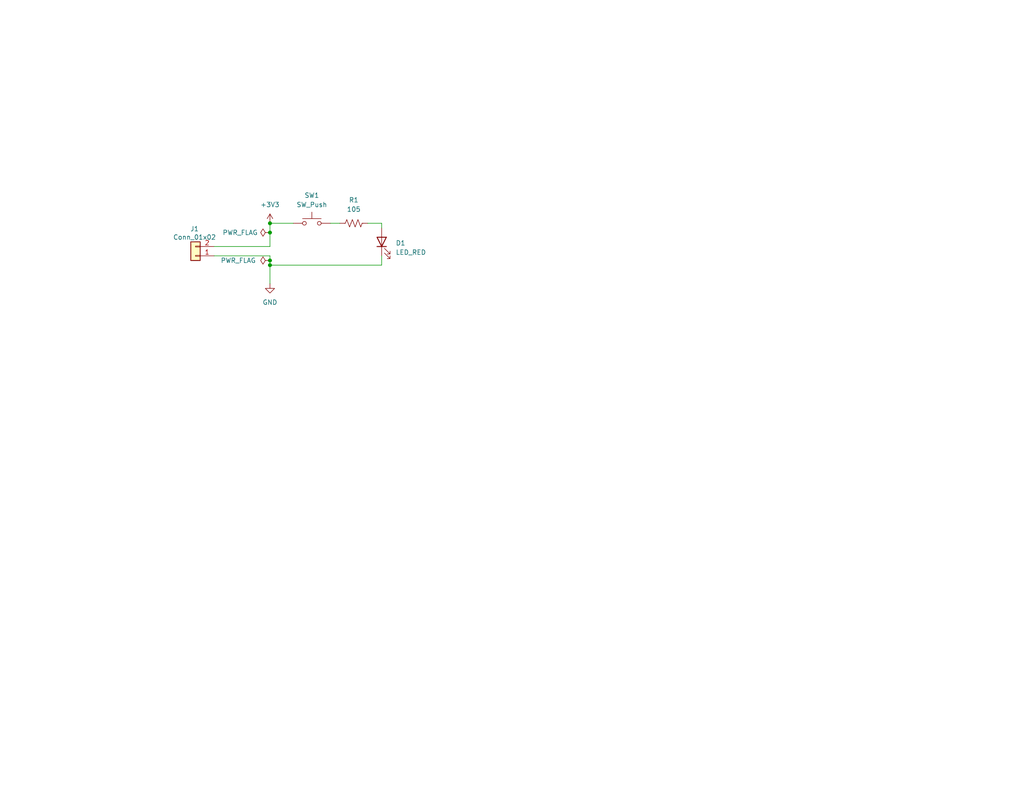
<source format=kicad_sch>
(kicad_sch (version 20231120) (generator "eeschema") (generator_version "8.0")
  (paper "USLetter")
  (title_block (title "LED Project") (date "2024-10-06") (rev "1.0") (company "Illini Solar Car") (comment 1 "Designed By: Patrick Dima"))
  (lib_symbols
    (symbol "Connector_Generic:Conn_01x02" (pin_names (offset 1.016) hide)
      (property "Reference" "J" (at 0 2.54 0))
      (property "Value" "Conn_01x02" (at 0 -5.08 0))
      (symbol "Conn_01x02_1_1"
        (rectangle (start -1.27 -2.413) (end 0 -2.667) (stroke (width 0.1524)))
        (rectangle (start -1.27 0.127) (end 0 -0.127) (stroke (width 0.1524)))
        (rectangle (start -1.27 1.27) (end 1.27 -3.81) (stroke (width 0.254)) (fill (type background)))
        (pin passive line (at -5.08 0 0) (length 3.81) (name "Pin_1") (number "1"))
        (pin passive line (at -5.08 -2.54 0) (length 3.81) (name "Pin_2") (number "2"))
      )
    )
    (symbol "Device:R_US" (pin_numbers hide) (pin_names (offset 0))
      (property "Reference" "R" (at 2.54 0 90))
      (property "Value" "R_US" (at -2.54 0 90))
      (symbol "R_US_0_1"
        (polyline (pts (xy 0 -2.286) (xy 0 -2.54)))
        (polyline (pts (xy 0 2.286) (xy 0 2.54)))
        (polyline (pts (xy 0 -0.762) (xy 1.016 -1.143) (xy 0 -1.524) (xy -1.016 -1.905) (xy 0 -2.286)))
        (polyline (pts (xy 0 0.762) (xy 1.016 0.381) (xy 0 0) (xy -1.016 -0.381) (xy 0 -0.762)))
        (polyline (pts (xy 0 2.286) (xy 1.016 1.905) (xy 0 1.524) (xy -1.016 1.143) (xy 0 0.762)))
      )
      (symbol "R_US_1_1"
        (pin passive line (at 0 3.81 270) (length 1.27) (name "~") (number "1"))
        (pin passive line (at 0 -3.81 90) (length 1.27) (name "~") (number "2"))
      )
    )
    (symbol "Switch:SW_Push" (pin_numbers hide) (pin_names (offset 1.016) hide)
      (property "Reference" "SW" (at 1.27 2.54 0))
      (property "Value" "SW_Push" (at 0 -1.524 0))
      (symbol "SW_Push_0_1"
        (circle (center -2.032 0) (radius 0.508))
        (polyline (pts (xy 0 1.27) (xy 0 3.048)))
        (polyline (pts (xy 2.54 1.27) (xy -2.54 1.27)))
        (circle (center 2.032 0) (radius 0.508))
        (pin passive line (at -5.08 0 0) (length 2.54) (name "1") (number "1"))
        (pin passive line (at 5.08 0 180) (length 2.54) (name "2") (number "2"))
      )
    )
    (symbol "device:LED" (pin_numbers hide) (pin_names (offset 1.016) hide)
      (property "Reference" "D" (at 0 2.54 0))
      (property "Value" "LED" (at 0 -2.54 0))
      (symbol "LED_0_1"
        (polyline (pts (xy -1.27 -1.27) (xy -1.27 1.27)) (stroke (width 0.254)))
        (polyline (pts (xy -1.27 0) (xy 1.27 0)))
        (polyline (pts (xy 1.27 -1.27) (xy 1.27 1.27) (xy -1.27 0) (xy 1.27 -1.27)) (stroke (width 0.254)))
        (polyline (pts (xy -3.048 -0.762) (xy -4.572 -2.286) (xy -3.81 -2.286) (xy -4.572 -2.286) (xy -4.572 -1.524)))
        (polyline (pts (xy -1.778 -0.762) (xy -3.302 -2.286) (xy -2.54 -2.286) (xy -3.302 -2.286) (xy -3.302 -1.524)))
      )
      (symbol "LED_1_1"
        (pin passive line (at -3.81 0 0) (length 2.54) (name "K") (number "1"))
        (pin passive line (at 3.81 0 180) (length 2.54) (name "A") (number "2"))
      )
    )
    (symbol "power:+3V3" (power) (pin_names (offset 0))
      (property "Value" "+3V3" (at 0 3.556 0))
      (symbol "+3V3_0_1"
        (polyline (pts (xy -0.762 1.27) (xy 0 2.54)))
        (polyline (pts (xy 0 0) (xy 0 2.54)))
        (polyline (pts (xy 0 2.54) (xy 0.762 1.27)))
      )
      (symbol "+3V3_1_1"
        (pin power_in line (at 0 0 90) (length 0) hide (name "+3V3") (number "1"))
      )
    )
    (symbol "power:GND" (power) (pin_names (offset 0))
      (property "Value" "GND" (at 0 -3.81 0))
      (symbol "GND_0_1"
        (polyline (pts (xy 0 0) (xy 0 -1.27) (xy 1.27 -1.27) (xy 0 -2.54) (xy -1.27 -1.27) (xy 0 -1.27)))
      )
      (symbol "GND_1_1"
        (pin power_in line (at 0 0 270) (length 0) hide (name "GND") (number "1"))
      )
    )
    (symbol "power:PWR_FLAG" (power) (pin_numbers hide) (pin_names (offset 0) hide)
      (property "Value" "PWR_FLAG" (at 0 3.81 0))
      (symbol "PWR_FLAG_0_0"
        (pin power_out line (at 0 0 90) (length 0) (name "pwr") (number "1"))
      )
      (symbol "PWR_FLAG_0_1"
        (polyline (pts (xy 0 0) (xy 0 1.27) (xy -1.016 1.905) (xy 0 2.54) (xy 1.016 1.905) (xy 0 1.27)))
      )
    )
  )
  (junction (at 73.66 72.39))
  (junction (at 73.66 60.96))
  (junction (at 73.66 71.12))
  (junction (at 73.66 63.5))
  (wire (pts (xy 73.66 71.12) (xy 73.66 72.39)))
  (wire (pts (xy 73.66 63.5) (xy 73.66 67.31)))
  (wire (pts (xy 73.66 60.96) (xy 80.01 60.96)))
  (wire (pts (xy 58.42 67.31) (xy 73.66 67.31)))
  (wire (pts (xy 104.14 60.96) (xy 104.14 62.23)))
  (wire (pts (xy 100.33 60.96) (xy 104.14 60.96)))
  (wire (pts (xy 73.66 72.39) (xy 73.66 77.47)))
  (wire (pts (xy 73.66 60.96) (xy 73.66 63.5)))
  (wire (pts (xy 104.14 69.85) (xy 104.14 72.39)))
  (wire (pts (xy 90.17 60.96) (xy 92.71 60.96)))
  (wire (pts (xy 104.14 72.39) (xy 73.66 72.39)))
  (wire (pts (xy 73.66 69.85) (xy 73.66 71.12)))
  (wire (pts (xy 58.42 69.85) (xy 73.66 69.85)))
  (symbol (lib_id "power:GND") (at 73.66 77.47 0) (unit 1)
    (property "Reference" "#PWR02" (effects (hide yes)))
    (property "Value" "GND" (at 73.66 82.55 0))
    (property "Description" "Power symbol creates a global label with name \"GND\" , ground" (effects (hide yes)))
  )
  (symbol (lib_id "Connector_Generic:Conn_01x02") (at 53.34 69.85 180) (unit 1)
    (property "Reference" "J1" (at 53.086 62.484 0))
    (property "Value" "Conn_01x02" (at 53.086 64.77 0))
    (property "Footprint" "Connector_Molex:Molex_KK-254_AE-6410-02A_1x02_P2.54mm_Vertical" (effects (hide yes)))
    (property "Datasheet" "https://www.youtube.com/redirect?event=video_description&redir_token=QUFFLUhqa085UHhfUWhzNkt1MnU2d3FUZ2g1RGU4RHd0d3xBQ3Jtc0tsSW5WX0gtcXljXzBSN2pXU0lZbEZDSWhnS1BfcVRXV2RLVEVyX0lDX0p5RkliN213eHVRMzJ6ekFzVGhpWG9FUWdLLTZLSE1ZUWlrRmN2cWVCazd5djJIS19BTTB4RDBKMFZfbGduZzIxU0lUSi1Ubw&q=https%3A%2F%2Fwww.molex.com%2Fpdm_docs%2Fsd%2F022272021_sd.pdf&v=MJEWDFNcRlM" (effects (hide yes)))
    (property "Description" "Generic connector, single row, 01x02, script generated (kicad-library-utils/schlib/autogen/connector/)" (effects (hide yes)))
    (property "MPN" "022272021" (effects (hide yes)))
  )
  (symbol (lib_id "power:PWR_FLAG") (at 73.66 63.5 90) (unit 1)
    (property "Reference" "#FLG01" (effects (hide yes)))
    (property "Value" "PWR_FLAG" (at 70.358 63.5 90) (effects (justify left)))
    (property "Description" "Special symbol for telling ERC where power comes from" (effects (hide yes)))
  )
  (symbol (lib_id "Switch:SW_Push") (at 85.09 60.96 0) (unit 1)
    (property "Reference" "SW1" (at 85.09 53.34 0))
    (property "Value" "SW_Push" (at 85.09 55.88 0))
    (property "Footprint" "Button_Switch_SMD:SW_DIP_SPSTx01_Slide_6.7x4.1mm_W8.61mm_P2.54mm_LowProfile" (effects (hide yes)))
    (property "Datasheet" "https://www.youtube.com/redirect?event=video_description&redir_token=QUFFLUhqbDQ2Nmozc3hSeHJCQ1daM0p1TFFGbTJRUHZXd3xBQ3Jtc0tsdFFzVnZhbjUybkhFbEQ4ZXJjcHd0SHhsSUhpMGloUmYzYUJHOUNEV0JUd0MwX1p1MmNOVEFLNjJRT2hKUVpOcmpSSncwaDZuOHBoRUIybUQ2RXVOMFdIM3VpX3Byb1BYakhrRHR3OGkyOUg5SUg1aw&q=https%3A%2F%2Fwww.digikey.com%2Fproduct-detail%2Fen%2Fte-connectivity-alcoswitch-switches%2F1825910-6%2F450-1650-ND%2F1632536%3Futm_adgroup%3DSupplier_TE%26utm_source%3Dgoogle%26utm_medium%3Dcpc%26utm_campaign%3DEN_Product_SKU_MBR%26utm_term%3D%252B1825910-6%26utm_content%3DSupplier_TE%26gclid%3DCj0KCQjwp4j6BRCRARIsAGq4yMGhBEsv1v5KcRzgW34aOMlPkoRB4A-7BCN08FfGaiq_Dk_nlKJ0QU8aAhZPEALw_wcB&v=MJEWDFNcRlM" (effects (hide yes)))
    (property "Description" "Push button switch, generic, two pins" (effects (hide yes)))
    (property "MPN" "1825910-6 " (effects (hide yes)))
  )
  (symbol (lib_id "Device:R_US") (at 96.52 60.96 90) (unit 1)
    (property "Reference" "R1" (at 96.52 54.61 90))
    (property "Value" "105" (at 96.52 57.15 90))
    (property "Footprint" "Resistor_SMD:R_0603_1608Metric_Pad0.98x0.95mm_HandSolder" (effects (hide yes)))
    (property "Description" "Resistor, US symbol" (effects (hide yes)))
  )
  (symbol (lib_id "power:PWR_FLAG") (at 73.66 71.12 90) (unit 1)
    (property "Reference" "#FLG02" (effects (hide yes)))
    (property "Value" "PWR_FLAG" (at 69.85 71.1199 90) (effects (justify left)))
    (property "Description" "Special symbol for telling ERC where power comes from" (effects (hide yes)))
  )
  (symbol (lib_id "device:LED") (at 104.14 66.04 90) (unit 1)
    (property "Reference" "D1" (at 107.95 66.3574 90) (effects (justify right)))
    (property "Value" "LED_RED" (at 107.95 68.8974 90) (effects (justify right)))
    (property "Footprint" "layout:LED_0603_Symbol_on_F.SilkS" (effects (hide yes)))
    (property "Description" "Light emitting diode" (effects (hide yes)))
  )
  (symbol (lib_id "power:+3V3") (at 73.66 60.96 0) (unit 1)
    (property "Reference" "#PWR01" (effects (hide yes)))
    (property "Value" "+3V3" (at 73.66 55.88 0))
    (property "Description" "Power symbol creates a global label with name \"+3V3\"" (effects (hide yes)))
  )
)
</source>
